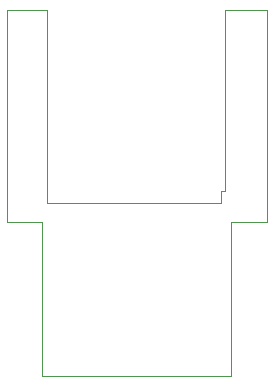
<source format=gbr>
%FSDAX44Y44*%
%MOMM*%
%SFA1B1*%

%IPPOS*%
%ADD23C,0.025400*%
%LNadapter_profile-1*%
%LPD*%
G54D23*
X00439000Y00564001D02*
Y00410210D01*
X00435610*
Y00400001*
X00287999*
Y00564001*
X00254000*
Y00383999*
X00283999*
Y00254000*
X00444001*
Y00383999*
X00474001*
Y00564001*
X00439000*
M02*
</source>
